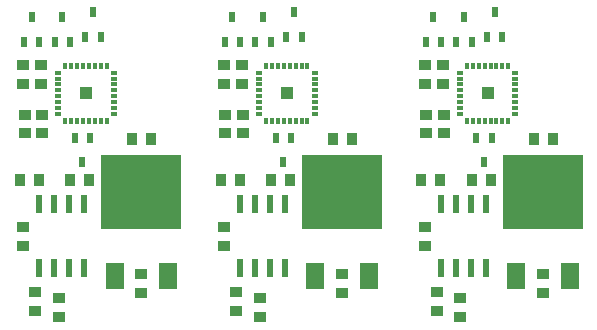
<source format=gtp>
G04 #@! TF.FileFunction,Paste,Top*
%FSLAX46Y46*%
G04 Gerber Fmt 4.6, Leading zero omitted, Abs format (unit mm)*
G04 Created by KiCad (PCBNEW 4.0.2-4+6225~38~ubuntu15.10.1-stable) date Mon 28 Mar 2016 23:59:24 BST*
%MOMM*%
G01*
G04 APERTURE LIST*
%ADD10C,0.100000*%
%ADD11R,0.600000X1.550000*%
%ADD12R,0.950000X1.000000*%
%ADD13R,1.000000X0.950000*%
%ADD14R,6.740000X6.230000*%
%ADD15R,1.524000X2.280000*%
%ADD16R,0.600000X0.300000*%
%ADD17R,0.300000X0.600000*%
%ADD18R,1.002000X1.002000*%
%ADD19R,0.550000X0.850000*%
G04 APERTURE END LIST*
D10*
D11*
X118845000Y-100700000D03*
X120115000Y-100700000D03*
X121385000Y-100700000D03*
X122655000Y-100700000D03*
X122655000Y-95300000D03*
X121385000Y-95300000D03*
X120115000Y-95300000D03*
X118845000Y-95300000D03*
D12*
X117200000Y-93250000D03*
X118800000Y-93250000D03*
D13*
X117500000Y-85100000D03*
X117500000Y-83500000D03*
X119000000Y-85100000D03*
X119000000Y-83500000D03*
X119100000Y-87700000D03*
X119100000Y-89300000D03*
D12*
X126700000Y-89800000D03*
X128300000Y-89800000D03*
D13*
X127500000Y-101200000D03*
X127500000Y-102800000D03*
D12*
X123050000Y-93250000D03*
X121450000Y-93250000D03*
D13*
X117500000Y-97200000D03*
X117500000Y-98800000D03*
D14*
X127500000Y-94250000D03*
D15*
X125220000Y-101395000D03*
X129780000Y-101395000D03*
D16*
X120450000Y-84150000D03*
X120450000Y-84650000D03*
X120450000Y-85150000D03*
X120450000Y-85650000D03*
X120450000Y-86150000D03*
X120450000Y-86650000D03*
X120450000Y-87150000D03*
X120450000Y-87650000D03*
D17*
X121050000Y-88250000D03*
X121550000Y-88250000D03*
X122050000Y-88250000D03*
X122550000Y-88250000D03*
X123050000Y-88250000D03*
X123550000Y-88250000D03*
X124050000Y-88250000D03*
X124550000Y-88250000D03*
D16*
X125150000Y-87650000D03*
X125150000Y-87150000D03*
X125150000Y-86650000D03*
X125150000Y-86150000D03*
X125150000Y-85650000D03*
X125150000Y-85150000D03*
X125150000Y-84650000D03*
X125150000Y-84150000D03*
D17*
X124550000Y-83550000D03*
X124050000Y-83550000D03*
X123550000Y-83550000D03*
X123050000Y-83550000D03*
X122550000Y-83550000D03*
X122050000Y-83550000D03*
X121550000Y-83550000D03*
X121050000Y-83550000D03*
D18*
X122800000Y-85900000D03*
D19*
X122750000Y-81150000D03*
X124050000Y-81150000D03*
X123400000Y-79050000D03*
X120150000Y-81550000D03*
X121450000Y-81550000D03*
X120800000Y-79450000D03*
X117550000Y-81550000D03*
X118850000Y-81550000D03*
X118200000Y-79450000D03*
X123150000Y-89650000D03*
X121850000Y-89650000D03*
X122500000Y-91750000D03*
D13*
X117600000Y-87700000D03*
X117600000Y-89300000D03*
X120500000Y-103200000D03*
X120500000Y-104800000D03*
X118500000Y-102700000D03*
X118500000Y-104300000D03*
D11*
X118845000Y-100700000D03*
X120115000Y-100700000D03*
X121385000Y-100700000D03*
X122655000Y-100700000D03*
X122655000Y-95300000D03*
X121385000Y-95300000D03*
X120115000Y-95300000D03*
X118845000Y-95300000D03*
D12*
X117200000Y-93250000D03*
X118800000Y-93250000D03*
D13*
X117500000Y-85100000D03*
X117500000Y-83500000D03*
X119000000Y-85100000D03*
X119000000Y-83500000D03*
X119100000Y-87700000D03*
X119100000Y-89300000D03*
D12*
X126700000Y-89800000D03*
X128300000Y-89800000D03*
D13*
X127500000Y-101200000D03*
X127500000Y-102800000D03*
D12*
X123050000Y-93250000D03*
X121450000Y-93250000D03*
D13*
X117500000Y-97200000D03*
X117500000Y-98800000D03*
D14*
X127500000Y-94250000D03*
D15*
X125220000Y-101395000D03*
X129780000Y-101395000D03*
D16*
X120450000Y-84150000D03*
X120450000Y-84650000D03*
X120450000Y-85150000D03*
X120450000Y-85650000D03*
X120450000Y-86150000D03*
X120450000Y-86650000D03*
X120450000Y-87150000D03*
X120450000Y-87650000D03*
D17*
X121050000Y-88250000D03*
X121550000Y-88250000D03*
X122050000Y-88250000D03*
X122550000Y-88250000D03*
X123050000Y-88250000D03*
X123550000Y-88250000D03*
X124050000Y-88250000D03*
X124550000Y-88250000D03*
D16*
X125150000Y-87650000D03*
X125150000Y-87150000D03*
X125150000Y-86650000D03*
X125150000Y-86150000D03*
X125150000Y-85650000D03*
X125150000Y-85150000D03*
X125150000Y-84650000D03*
X125150000Y-84150000D03*
D17*
X124550000Y-83550000D03*
X124050000Y-83550000D03*
X123550000Y-83550000D03*
X123050000Y-83550000D03*
X122550000Y-83550000D03*
X122050000Y-83550000D03*
X121550000Y-83550000D03*
X121050000Y-83550000D03*
D18*
X122800000Y-85900000D03*
D19*
X122750000Y-81150000D03*
X124050000Y-81150000D03*
X123400000Y-79050000D03*
X120150000Y-81550000D03*
X121450000Y-81550000D03*
X120800000Y-79450000D03*
X117550000Y-81550000D03*
X118850000Y-81550000D03*
X118200000Y-79450000D03*
X123150000Y-89650000D03*
X121850000Y-89650000D03*
X122500000Y-91750000D03*
D13*
X117600000Y-87700000D03*
X117600000Y-89300000D03*
X120500000Y-103200000D03*
X120500000Y-104800000D03*
X118500000Y-102700000D03*
X118500000Y-104300000D03*
D11*
X135845000Y-100700000D03*
X137115000Y-100700000D03*
X138385000Y-100700000D03*
X139655000Y-100700000D03*
X139655000Y-95300000D03*
X138385000Y-95300000D03*
X137115000Y-95300000D03*
X135845000Y-95300000D03*
D12*
X134200000Y-93250000D03*
X135800000Y-93250000D03*
D13*
X134500000Y-85100000D03*
X134500000Y-83500000D03*
X136000000Y-85100000D03*
X136000000Y-83500000D03*
X136100000Y-87700000D03*
X136100000Y-89300000D03*
D12*
X143700000Y-89800000D03*
X145300000Y-89800000D03*
D13*
X144500000Y-101200000D03*
X144500000Y-102800000D03*
D12*
X140050000Y-93250000D03*
X138450000Y-93250000D03*
D13*
X134500000Y-97200000D03*
X134500000Y-98800000D03*
D14*
X144500000Y-94250000D03*
D15*
X142220000Y-101395000D03*
X146780000Y-101395000D03*
D16*
X137450000Y-84150000D03*
X137450000Y-84650000D03*
X137450000Y-85150000D03*
X137450000Y-85650000D03*
X137450000Y-86150000D03*
X137450000Y-86650000D03*
X137450000Y-87150000D03*
X137450000Y-87650000D03*
D17*
X138050000Y-88250000D03*
X138550000Y-88250000D03*
X139050000Y-88250000D03*
X139550000Y-88250000D03*
X140050000Y-88250000D03*
X140550000Y-88250000D03*
X141050000Y-88250000D03*
X141550000Y-88250000D03*
D16*
X142150000Y-87650000D03*
X142150000Y-87150000D03*
X142150000Y-86650000D03*
X142150000Y-86150000D03*
X142150000Y-85650000D03*
X142150000Y-85150000D03*
X142150000Y-84650000D03*
X142150000Y-84150000D03*
D17*
X141550000Y-83550000D03*
X141050000Y-83550000D03*
X140550000Y-83550000D03*
X140050000Y-83550000D03*
X139550000Y-83550000D03*
X139050000Y-83550000D03*
X138550000Y-83550000D03*
X138050000Y-83550000D03*
D18*
X139800000Y-85900000D03*
D19*
X139750000Y-81150000D03*
X141050000Y-81150000D03*
X140400000Y-79050000D03*
X137150000Y-81550000D03*
X138450000Y-81550000D03*
X137800000Y-79450000D03*
X134550000Y-81550000D03*
X135850000Y-81550000D03*
X135200000Y-79450000D03*
X140150000Y-89650000D03*
X138850000Y-89650000D03*
X139500000Y-91750000D03*
D13*
X134600000Y-87700000D03*
X134600000Y-89300000D03*
X137500000Y-103200000D03*
X137500000Y-104800000D03*
X135500000Y-102700000D03*
X135500000Y-104300000D03*
D11*
X152845000Y-100700000D03*
X154115000Y-100700000D03*
X155385000Y-100700000D03*
X156655000Y-100700000D03*
X156655000Y-95300000D03*
X155385000Y-95300000D03*
X154115000Y-95300000D03*
X152845000Y-95300000D03*
D12*
X151200000Y-93250000D03*
X152800000Y-93250000D03*
D13*
X151500000Y-85100000D03*
X151500000Y-83500000D03*
X153000000Y-85100000D03*
X153000000Y-83500000D03*
X153100000Y-87700000D03*
X153100000Y-89300000D03*
D12*
X160700000Y-89800000D03*
X162300000Y-89800000D03*
D13*
X161500000Y-101200000D03*
X161500000Y-102800000D03*
D12*
X157050000Y-93250000D03*
X155450000Y-93250000D03*
D13*
X151500000Y-97200000D03*
X151500000Y-98800000D03*
D14*
X161500000Y-94250000D03*
D15*
X159220000Y-101395000D03*
X163780000Y-101395000D03*
D16*
X154450000Y-84150000D03*
X154450000Y-84650000D03*
X154450000Y-85150000D03*
X154450000Y-85650000D03*
X154450000Y-86150000D03*
X154450000Y-86650000D03*
X154450000Y-87150000D03*
X154450000Y-87650000D03*
D17*
X155050000Y-88250000D03*
X155550000Y-88250000D03*
X156050000Y-88250000D03*
X156550000Y-88250000D03*
X157050000Y-88250000D03*
X157550000Y-88250000D03*
X158050000Y-88250000D03*
X158550000Y-88250000D03*
D16*
X159150000Y-87650000D03*
X159150000Y-87150000D03*
X159150000Y-86650000D03*
X159150000Y-86150000D03*
X159150000Y-85650000D03*
X159150000Y-85150000D03*
X159150000Y-84650000D03*
X159150000Y-84150000D03*
D17*
X158550000Y-83550000D03*
X158050000Y-83550000D03*
X157550000Y-83550000D03*
X157050000Y-83550000D03*
X156550000Y-83550000D03*
X156050000Y-83550000D03*
X155550000Y-83550000D03*
X155050000Y-83550000D03*
D18*
X156800000Y-85900000D03*
D19*
X156750000Y-81150000D03*
X158050000Y-81150000D03*
X157400000Y-79050000D03*
X154150000Y-81550000D03*
X155450000Y-81550000D03*
X154800000Y-79450000D03*
X151550000Y-81550000D03*
X152850000Y-81550000D03*
X152200000Y-79450000D03*
X157150000Y-89650000D03*
X155850000Y-89650000D03*
X156500000Y-91750000D03*
D13*
X151600000Y-87700000D03*
X151600000Y-89300000D03*
X154500000Y-103200000D03*
X154500000Y-104800000D03*
X152500000Y-102700000D03*
X152500000Y-104300000D03*
M02*

</source>
